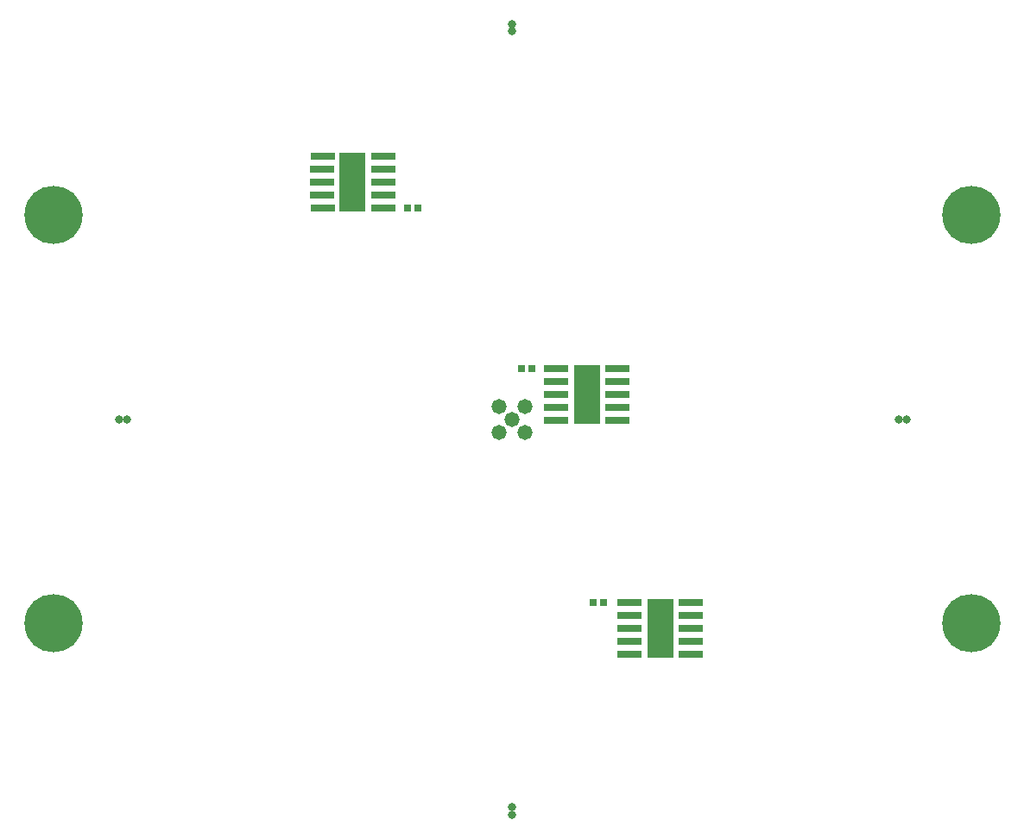
<source format=gbs>
G04*
G04 #@! TF.GenerationSoftware,Altium Limited,Altium Designer,22.1.2 (22)*
G04*
G04 Layer_Color=16711935*
%FSLAX25Y25*%
%MOIN*%
G70*
G04*
G04 #@! TF.SameCoordinates,036337EA-FE27-457D-A10F-76BC7524DD3D*
G04*
G04*
G04 #@! TF.FilePolarity,Negative*
G04*
G01*
G75*
%ADD15C,0.05800*%
%ADD16C,0.22453*%
%ADD17C,0.03162*%
%ADD23R,0.09500X0.03000*%
%ADD24R,0.10000X0.23000*%
%ADD27R,0.02769X0.03162*%
D15*
X196850Y196301D02*
D03*
X201850Y201301D02*
D03*
Y191301D02*
D03*
X191850D02*
D03*
Y201301D02*
D03*
D16*
X373964Y117561D02*
D03*
Y275041D02*
D03*
X19737Y117561D02*
D03*
Y275041D02*
D03*
D17*
X196850Y46511D02*
D03*
Y43500D02*
D03*
X345958Y196299D02*
D03*
X349000D02*
D03*
X196850Y346129D02*
D03*
Y349000D02*
D03*
X47957Y196299D02*
D03*
X45000D02*
D03*
D23*
X147000Y298000D02*
D03*
X123650D02*
D03*
X123500Y293000D02*
D03*
Y288000D02*
D03*
Y283000D02*
D03*
X123650Y278000D02*
D03*
X147000D02*
D03*
Y283000D02*
D03*
Y288000D02*
D03*
Y293000D02*
D03*
X213859Y200976D02*
D03*
Y205976D02*
D03*
Y210976D02*
D03*
Y215976D02*
D03*
X237359D02*
D03*
Y210976D02*
D03*
Y205976D02*
D03*
Y200976D02*
D03*
Y195976D02*
D03*
X213859D02*
D03*
X242250Y105500D02*
D03*
X265900D02*
D03*
X265750Y110500D02*
D03*
Y115500D02*
D03*
Y120500D02*
D03*
X265900Y125500D02*
D03*
X242250D02*
D03*
Y120500D02*
D03*
Y115500D02*
D03*
Y110500D02*
D03*
D24*
X135250Y288000D02*
D03*
X225609Y205976D02*
D03*
X254000Y115500D02*
D03*
D27*
X228031Y125500D02*
D03*
X231968D02*
D03*
X160437Y278000D02*
D03*
X156500D02*
D03*
X200438Y215888D02*
D03*
X204375D02*
D03*
M02*

</source>
